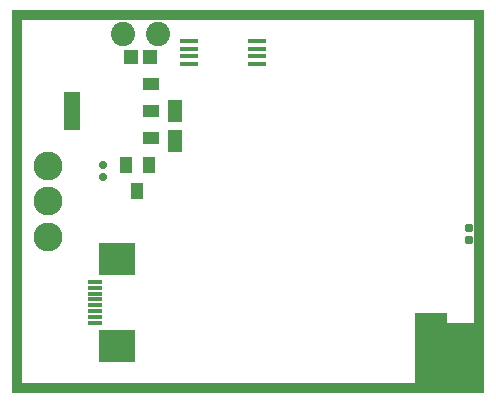
<source format=gbs>
G04*
G04 #@! TF.GenerationSoftware,Altium Limited,Altium Designer,23.3.1 (30)*
G04*
G04 Layer_Color=16711935*
%FSAX44Y44*%
%MOMM*%
G71*
G04*
G04 #@! TF.SameCoordinates,EEB403B8-57DA-4B53-8A1C-A64ED6DC22F4*
G04*
G04*
G04 #@! TF.FilePolarity,Negative*
G04*
G01*
G75*
G04:AMPARAMS|DCode=39|XSize=0.65mm|YSize=0.6mm|CornerRadius=0.1625mm|HoleSize=0mm|Usage=FLASHONLY|Rotation=180.000|XOffset=0mm|YOffset=0mm|HoleType=Round|Shape=RoundedRectangle|*
%AMROUNDEDRECTD39*
21,1,0.6500,0.2750,0,0,180.0*
21,1,0.3250,0.6000,0,0,180.0*
1,1,0.3250,-0.1625,0.1375*
1,1,0.3250,0.1625,0.1375*
1,1,0.3250,0.1625,-0.1375*
1,1,0.3250,-0.1625,-0.1375*
%
%ADD39ROUNDEDRECTD39*%
G04:AMPARAMS|DCode=41|XSize=0.7mm|YSize=0.7mm|CornerRadius=0.2mm|HoleSize=0mm|Usage=FLASHONLY|Rotation=90.000|XOffset=0mm|YOffset=0mm|HoleType=Round|Shape=RoundedRectangle|*
%AMROUNDEDRECTD41*
21,1,0.7000,0.3000,0,0,90.0*
21,1,0.3000,0.7000,0,0,90.0*
1,1,0.4000,0.1500,0.1500*
1,1,0.4000,0.1500,-0.1500*
1,1,0.4000,-0.1500,-0.1500*
1,1,0.4000,-0.1500,0.1500*
%
%ADD41ROUNDEDRECTD41*%
%ADD55C,2.4500*%
%ADD56C,2.0500*%
%ADD72R,1.3600X0.9800*%
%ADD73R,1.3600X3.2900*%
%ADD74R,1.6100X0.4500*%
%ADD75R,1.2500X0.3500*%
%ADD76R,3.0500X2.7500*%
%ADD77R,1.1500X1.2000*%
%ADD78R,1.3000X1.8500*%
%ADD79R,1.0500X1.4500*%
G36*
X00654000Y00314000D02*
Y00254000D01*
X00604000D01*
X00254000Y00253999D01*
Y00579000D01*
X00654000D01*
Y00314000D01*
D02*
G37*
%LPC*%
G36*
X00645310Y00570310D02*
X00262699D01*
Y00262690D01*
X00595191D01*
Y00322052D01*
X00622389D01*
Y00314000D01*
X00645310D01*
Y00570310D01*
D02*
G37*
%LPD*%
D39*
X00331500Y00447250D02*
D03*
Y00437250D02*
D03*
D41*
X00640751Y00393776D02*
D03*
X00640750Y00384124D02*
D03*
D55*
X00285000Y00446500D02*
D03*
Y00416500D02*
D03*
Y00386500D02*
D03*
D56*
X00378000Y00558000D02*
D03*
X00348000D02*
D03*
D72*
X00371448Y00516149D02*
D03*
Y00493249D02*
D03*
Y00470349D02*
D03*
D73*
X00304548Y00493249D02*
D03*
D74*
X00461550Y00532750D02*
D03*
Y00539250D02*
D03*
Y00545750D02*
D03*
Y00552250D02*
D03*
X00403950D02*
D03*
Y00545750D02*
D03*
Y00539250D02*
D03*
Y00532750D02*
D03*
D75*
X00324400Y00313500D02*
D03*
Y00318500D02*
D03*
Y00323500D02*
D03*
Y00328500D02*
D03*
Y00333500D02*
D03*
Y00338500D02*
D03*
Y00343500D02*
D03*
Y00348500D02*
D03*
D76*
X00343000Y00367800D02*
D03*
Y00294200D02*
D03*
D77*
X00371000Y00539000D02*
D03*
X00355000D02*
D03*
D78*
X00392250Y00467500D02*
D03*
Y00493500D02*
D03*
D79*
X00350750Y00447250D02*
D03*
X00369750D02*
D03*
X00360250Y00425250D02*
D03*
M02*

</source>
